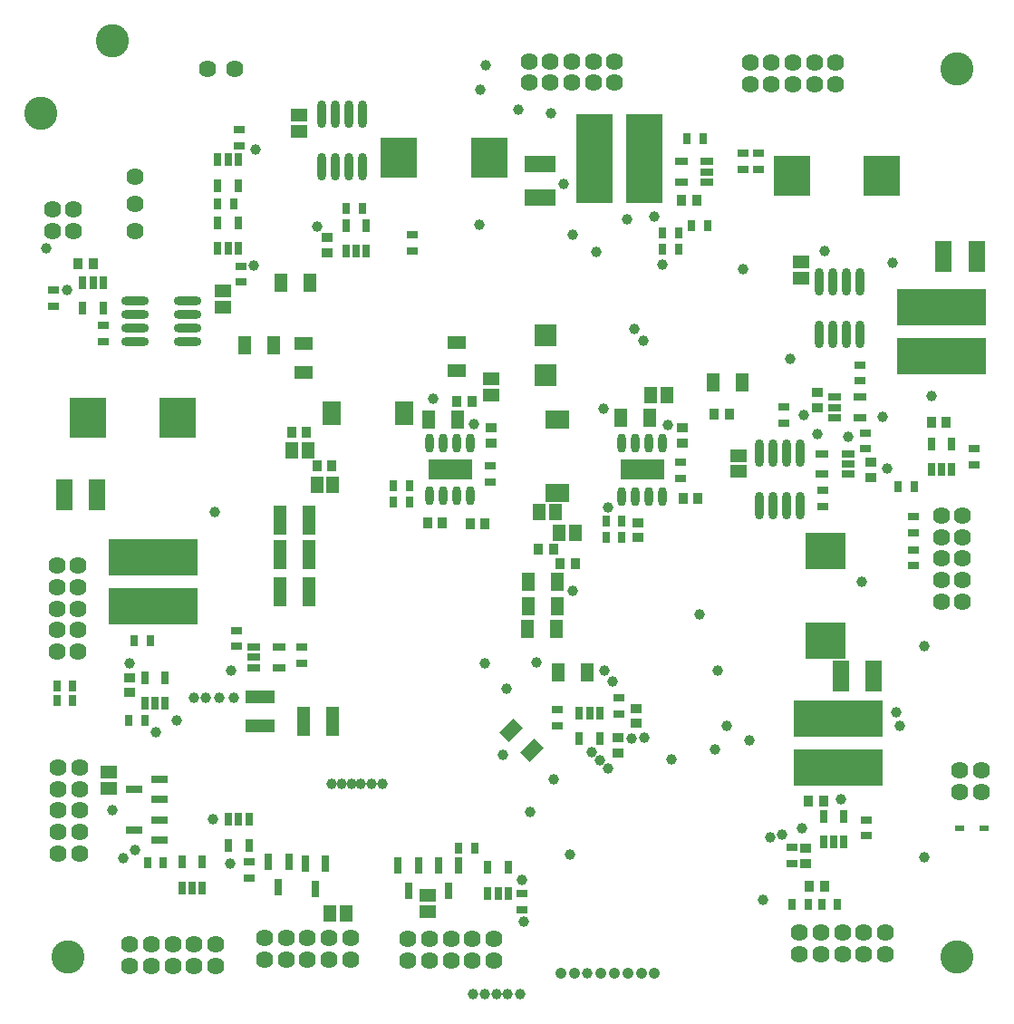
<source format=gbr>
%TF.GenerationSoftware,Altium Limited,Altium Designer,18.1.7 (191)*%
G04 Layer_Color=8388736*
%FSLAX43Y43*%
%MOMM*%
%TF.FileFunction,Soldermask,Top*%
%TF.Part,Single*%
G01*
G75*
%TA.AperFunction,SMDPad,CuDef*%
%ADD68R,1.550X0.700*%
%ADD69R,1.500X1.200*%
%ADD70R,0.700X1.550*%
%ADD71R,1.000X0.800*%
%ADD72R,1.200X1.500*%
%ADD75R,0.800X1.000*%
%ADD76R,0.900X1.000*%
%ADD77R,1.000X0.900*%
%TA.AperFunction,ViaPad*%
%ADD78C,3.100*%
%TA.AperFunction,ComponentPad*%
%ADD79C,1.624*%
%ADD80C,1.050*%
%ADD81C,1.000*%
%TA.AperFunction,ViaPad*%
%ADD82C,1.000*%
%TA.AperFunction,SMDPad,CuDef*%
%ADD86R,3.400X8.300*%
%ADD87R,3.400X3.800*%
%ADD88R,1.800X1.200*%
%ADD89R,8.300X3.400*%
%ADD90R,4.100X1.850*%
%ADD91O,0.800X1.800*%
%ADD92R,0.750X1.200*%
%ADD93R,2.050X2.000*%
%ADD94O,0.800X2.600*%
%ADD95O,2.600X0.800*%
%ADD96R,1.200X0.750*%
%ADD97R,3.800X3.400*%
%ADD98R,1.200X2.700*%
%ADD99R,1.600X2.900*%
%ADD100R,2.900X1.600*%
%ADD101R,1.700X2.300*%
%ADD102R,2.300X1.700*%
%ADD103R,0.950X0.550*%
%ADD104R,1.200X1.800*%
G04:AMPARAMS|DCode=105|XSize=1.8mm|YSize=1.2mm|CornerRadius=0mm|HoleSize=0mm|Usage=FLASHONLY|Rotation=45.000|XOffset=0mm|YOffset=0mm|HoleType=Round|Shape=Rectangle|*
%AMROTATEDRECTD105*
4,1,4,-0.212,-1.061,-1.061,-0.212,0.212,1.061,1.061,0.212,-0.212,-1.061,0.0*
%
%ADD105ROTATEDRECTD105*%

%ADD106R,2.700X1.200*%
D68*
X10950Y20400D02*
D03*
X13300Y21350D02*
D03*
Y19450D02*
D03*
X10950Y16600D02*
D03*
X13300Y17550D02*
D03*
Y15650D02*
D03*
D69*
X38350Y8975D02*
D03*
Y10475D02*
D03*
X26325Y81875D02*
D03*
Y83375D02*
D03*
X67375Y50100D02*
D03*
Y51600D02*
D03*
X73225Y69675D02*
D03*
Y68175D02*
D03*
X19200Y66950D02*
D03*
Y65450D02*
D03*
X8570Y20475D02*
D03*
Y21975D02*
D03*
X44300Y57250D02*
D03*
Y58750D02*
D03*
D70*
X28825Y13475D02*
D03*
X26925D02*
D03*
X27875Y11125D02*
D03*
X37500Y13300D02*
D03*
X35600D02*
D03*
X36550Y10950D02*
D03*
X25375Y13600D02*
D03*
X23475D02*
D03*
X24425Y11250D02*
D03*
X41275Y13300D02*
D03*
X39375D02*
D03*
X40325Y10950D02*
D03*
D71*
X26625Y32175D02*
D03*
Y33675D02*
D03*
X21675Y12125D02*
D03*
Y13625D02*
D03*
X47175Y9175D02*
D03*
Y10675D02*
D03*
X50425Y27825D02*
D03*
Y26325D02*
D03*
X56225Y28950D02*
D03*
Y27450D02*
D03*
X20875Y67775D02*
D03*
Y69275D02*
D03*
X20500Y35250D02*
D03*
Y33750D02*
D03*
X20750Y80550D02*
D03*
Y82050D02*
D03*
X75250Y48325D02*
D03*
Y46825D02*
D03*
X72375Y13450D02*
D03*
Y14950D02*
D03*
X79250Y52200D02*
D03*
Y53700D02*
D03*
X79350Y16050D02*
D03*
Y17550D02*
D03*
X36925Y70725D02*
D03*
Y72225D02*
D03*
X69300Y79825D02*
D03*
Y78325D02*
D03*
X67825Y78325D02*
D03*
Y79825D02*
D03*
X8050Y63750D02*
D03*
Y62250D02*
D03*
X3425Y67025D02*
D03*
Y65525D02*
D03*
X78750Y58550D02*
D03*
Y60050D02*
D03*
X71625Y54600D02*
D03*
Y56100D02*
D03*
X83700Y41275D02*
D03*
Y42775D02*
D03*
Y44400D02*
D03*
Y45900D02*
D03*
X89375Y50725D02*
D03*
Y52225D02*
D03*
X44225Y49125D02*
D03*
Y50625D02*
D03*
X61950Y49475D02*
D03*
Y50975D02*
D03*
D72*
X30725Y8775D02*
D03*
X29225D02*
D03*
X48800Y46275D02*
D03*
X50300D02*
D03*
X25650Y52050D02*
D03*
X27150D02*
D03*
X60675Y57200D02*
D03*
X59175D02*
D03*
X28000Y48875D02*
D03*
X29500D02*
D03*
X52150Y44325D02*
D03*
X50650D02*
D03*
D75*
X35175Y47250D02*
D03*
X36675D02*
D03*
X36650Y48800D02*
D03*
X35150D02*
D03*
X55000Y45450D02*
D03*
X56500D02*
D03*
Y43925D02*
D03*
X55000D02*
D03*
X41275Y14900D02*
D03*
X42775D02*
D03*
X72400Y9675D02*
D03*
X73900D02*
D03*
X75150D02*
D03*
X76650D02*
D03*
X64100Y81200D02*
D03*
X62600D02*
D03*
X10400Y26875D02*
D03*
X11900D02*
D03*
X10950Y34300D02*
D03*
X12450D02*
D03*
X82325Y48700D02*
D03*
X83825D02*
D03*
X3700Y30075D02*
D03*
X5200D02*
D03*
Y28675D02*
D03*
X3700D02*
D03*
X64525Y73025D02*
D03*
X63025D02*
D03*
X32275Y74700D02*
D03*
X30775D02*
D03*
X18700Y75100D02*
D03*
X20200D02*
D03*
X13675Y13575D02*
D03*
X12175D02*
D03*
X60275Y70900D02*
D03*
X61775D02*
D03*
X60275Y72350D02*
D03*
X61775D02*
D03*
D76*
X63600Y47600D02*
D03*
X62200D02*
D03*
X39750Y45325D02*
D03*
X38350D02*
D03*
X43725Y45250D02*
D03*
X42325D02*
D03*
X63475Y75450D02*
D03*
X62075D02*
D03*
X73950Y19300D02*
D03*
X75350D02*
D03*
X86800Y54725D02*
D03*
X85400D02*
D03*
X5700Y69500D02*
D03*
X7100D02*
D03*
X75400Y11325D02*
D03*
X74000D02*
D03*
X65150Y55475D02*
D03*
X66550D02*
D03*
X41100Y56675D02*
D03*
X42500D02*
D03*
X27050Y53775D02*
D03*
X25650D02*
D03*
X28000Y50600D02*
D03*
X29400D02*
D03*
X50725Y41450D02*
D03*
X52125D02*
D03*
X50100Y42800D02*
D03*
X48700D02*
D03*
D77*
X58025Y45325D02*
D03*
Y43925D02*
D03*
X62150Y52775D02*
D03*
Y54175D02*
D03*
X44300Y52750D02*
D03*
Y54150D02*
D03*
X79750Y49550D02*
D03*
Y50950D02*
D03*
X10475Y29450D02*
D03*
Y30850D02*
D03*
X74750Y57475D02*
D03*
Y56075D02*
D03*
X28975Y70525D02*
D03*
Y71925D02*
D03*
X73675Y13500D02*
D03*
Y14900D02*
D03*
X57800Y26550D02*
D03*
Y27950D02*
D03*
X56150Y25225D02*
D03*
Y23825D02*
D03*
D78*
X8925Y90300D02*
D03*
X4725Y4725D02*
D03*
X87775Y4725D02*
D03*
X87775Y87750D02*
D03*
X2200Y83575D02*
D03*
D79*
X36525Y4400D02*
D03*
Y6400D02*
D03*
X38525Y4400D02*
D03*
Y6400D02*
D03*
X40525Y4400D02*
D03*
Y6400D02*
D03*
X42525Y4400D02*
D03*
Y6400D02*
D03*
X44525Y4400D02*
D03*
Y6400D02*
D03*
X47825Y86400D02*
D03*
Y88400D02*
D03*
X49825Y86400D02*
D03*
Y88400D02*
D03*
X51825Y86400D02*
D03*
Y88400D02*
D03*
X53825Y86400D02*
D03*
Y88400D02*
D03*
X55825Y86400D02*
D03*
Y88400D02*
D03*
X23125Y4492D02*
D03*
Y6492D02*
D03*
X25125Y4492D02*
D03*
Y6492D02*
D03*
X27125Y4492D02*
D03*
Y6492D02*
D03*
X29125Y4492D02*
D03*
Y6492D02*
D03*
X31125Y4492D02*
D03*
Y6492D02*
D03*
X10525Y3900D02*
D03*
Y5900D02*
D03*
X12525Y3900D02*
D03*
Y5900D02*
D03*
X14525Y3900D02*
D03*
Y5900D02*
D03*
X16525Y3900D02*
D03*
Y5900D02*
D03*
X18525Y3900D02*
D03*
Y5900D02*
D03*
X5825Y14425D02*
D03*
X3825D02*
D03*
X5825Y16425D02*
D03*
X3825D02*
D03*
X5825Y18425D02*
D03*
X3825D02*
D03*
X5825Y20425D02*
D03*
X3825D02*
D03*
X5825Y22425D02*
D03*
X3825D02*
D03*
X5275Y72550D02*
D03*
Y74550D02*
D03*
X3275Y72550D02*
D03*
Y74550D02*
D03*
X11025Y72560D02*
D03*
Y75100D02*
D03*
Y77640D02*
D03*
X73100Y5025D02*
D03*
Y7025D02*
D03*
X75100Y5025D02*
D03*
Y7025D02*
D03*
X77100Y5025D02*
D03*
Y7025D02*
D03*
X79100Y5025D02*
D03*
Y7025D02*
D03*
X81100Y5025D02*
D03*
Y7025D02*
D03*
X3700Y33275D02*
D03*
Y35275D02*
D03*
Y39275D02*
D03*
X5700Y35275D02*
D03*
X3700Y37275D02*
D03*
X5700Y33275D02*
D03*
Y37275D02*
D03*
X3700Y41275D02*
D03*
X5700Y39275D02*
D03*
Y41275D02*
D03*
X88325Y37950D02*
D03*
X86325D02*
D03*
X88325Y39950D02*
D03*
X86325D02*
D03*
X88325Y41950D02*
D03*
X86325D02*
D03*
X88325Y43950D02*
D03*
X86325D02*
D03*
X88325Y45950D02*
D03*
X86325D02*
D03*
X17825Y87725D02*
D03*
X20350D02*
D03*
X68475Y86279D02*
D03*
Y88279D02*
D03*
X70475Y86279D02*
D03*
Y88279D02*
D03*
X72475Y86279D02*
D03*
Y88279D02*
D03*
X74475Y86279D02*
D03*
Y88279D02*
D03*
X76475Y86279D02*
D03*
Y88279D02*
D03*
X88050Y22150D02*
D03*
Y20150D02*
D03*
X90050Y22150D02*
D03*
Y20150D02*
D03*
D80*
X59550Y3225D02*
D03*
X58300D02*
D03*
X57050D02*
D03*
X55800D02*
D03*
X54550D02*
D03*
X52050D02*
D03*
X50800D02*
D03*
D81*
X53300D02*
D03*
D82*
X43300Y85725D02*
D03*
X75425Y70675D02*
D03*
X55200Y46725D02*
D03*
X43150Y73150D02*
D03*
X67825Y69000D02*
D03*
X51050Y76950D02*
D03*
X81800Y69633D02*
D03*
X81325Y50400D02*
D03*
X84778Y33778D02*
D03*
X82100Y27575D02*
D03*
X74750Y53600D02*
D03*
X82500Y26350D02*
D03*
X84778Y14050D02*
D03*
X49850Y83525D02*
D03*
X43775Y88025D02*
D03*
X46850Y83925D02*
D03*
X56969Y73675D02*
D03*
X51925Y72225D02*
D03*
X63725Y36700D02*
D03*
X65414Y31495D02*
D03*
X54875Y31475D02*
D03*
X55600Y30500D02*
D03*
X66329Y26302D02*
D03*
X58525Y62275D02*
D03*
X47352Y8000D02*
D03*
X43725Y32181D02*
D03*
X47950Y18275D02*
D03*
X77000Y19475D02*
D03*
X9900Y13925D02*
D03*
X10975Y14700D02*
D03*
X19900Y13475D02*
D03*
X34100Y20900D02*
D03*
X33075D02*
D03*
X30300Y20875D02*
D03*
X31250Y20900D02*
D03*
X29350D02*
D03*
X32125D02*
D03*
X72250Y60625D02*
D03*
X78875Y39825D02*
D03*
X54775Y55975D02*
D03*
X61150Y23200D02*
D03*
X58575Y25225D02*
D03*
X47200Y11900D02*
D03*
X2750Y70950D02*
D03*
X45400Y23600D02*
D03*
X45725Y29775D02*
D03*
X73325Y16775D02*
D03*
X57625Y63450D02*
D03*
X50100Y21300D02*
D03*
X42550Y1250D02*
D03*
X69725Y10050D02*
D03*
X57375Y25125D02*
D03*
X38825Y56875D02*
D03*
X22100Y69300D02*
D03*
X19950Y31525D02*
D03*
X28050Y72950D02*
D03*
X59550Y73875D02*
D03*
X73525Y55350D02*
D03*
X77600Y53350D02*
D03*
X4650Y67025D02*
D03*
X22250Y80150D02*
D03*
X68425Y24975D02*
D03*
X54100Y70625D02*
D03*
X51675Y14275D02*
D03*
X18300Y17575D02*
D03*
X12925Y25750D02*
D03*
X8900Y18475D02*
D03*
X65175Y24100D02*
D03*
X48500Y32250D02*
D03*
X51925Y38950D02*
D03*
X42700Y54550D02*
D03*
X60775Y54425D02*
D03*
X71500Y16175D02*
D03*
X70325Y15950D02*
D03*
X85400Y57125D02*
D03*
X60325Y69425D02*
D03*
X14900Y26800D02*
D03*
X18425Y46300D02*
D03*
X10475Y32175D02*
D03*
X80875Y55200D02*
D03*
X47000Y1250D02*
D03*
X45825D02*
D03*
X44750D02*
D03*
X43700D02*
D03*
X53675Y23850D02*
D03*
X55213Y22388D02*
D03*
X54450Y23100D02*
D03*
X16475Y28925D02*
D03*
X17650Y28950D02*
D03*
X18850Y28925D02*
D03*
X20200D02*
D03*
D86*
X53975Y79300D02*
D03*
X58575D02*
D03*
D87*
X72417Y77744D02*
D03*
X80817D02*
D03*
X6600Y55075D02*
D03*
X15000D02*
D03*
X44075Y79425D02*
D03*
X35675D02*
D03*
D88*
X26775Y59325D02*
D03*
Y62025D02*
D03*
X41050Y62175D02*
D03*
Y59475D02*
D03*
D89*
X76750Y22425D02*
D03*
Y27025D02*
D03*
X12675Y37500D02*
D03*
Y42100D02*
D03*
X86325Y65475D02*
D03*
Y60875D02*
D03*
D90*
X58450Y50300D02*
D03*
X40450Y50325D02*
D03*
D91*
X56517Y47790D02*
D03*
X57787D02*
D03*
X59057D02*
D03*
X60327D02*
D03*
X56517Y52740D02*
D03*
X57787D02*
D03*
X59057D02*
D03*
X60327D02*
D03*
X42327Y52765D02*
D03*
X41057D02*
D03*
X39787D02*
D03*
X38517D02*
D03*
X42327Y47815D02*
D03*
X41057D02*
D03*
X39787D02*
D03*
X38517D02*
D03*
D92*
X21650Y15175D02*
D03*
X19750D02*
D03*
Y17575D02*
D03*
X20700D02*
D03*
X21650D02*
D03*
X20650Y76825D02*
D03*
X18750D02*
D03*
Y79225D02*
D03*
X19700D02*
D03*
X20650D02*
D03*
X18750Y73350D02*
D03*
X20650D02*
D03*
Y70950D02*
D03*
X19700D02*
D03*
X18750D02*
D03*
X75350Y17900D02*
D03*
X77250D02*
D03*
Y15500D02*
D03*
X76300D02*
D03*
X75350D02*
D03*
X11900Y30825D02*
D03*
X13800D02*
D03*
Y28425D02*
D03*
X12850D02*
D03*
X11900D02*
D03*
X85400Y52650D02*
D03*
X87300D02*
D03*
Y50250D02*
D03*
X86350D02*
D03*
X85400D02*
D03*
X30725Y70700D02*
D03*
X31675D02*
D03*
X32625D02*
D03*
Y73100D02*
D03*
X30725D02*
D03*
X8025Y67750D02*
D03*
X7075D02*
D03*
X6125D02*
D03*
Y65350D02*
D03*
X8025D02*
D03*
X43975Y10700D02*
D03*
X44925D02*
D03*
X45875D02*
D03*
Y13100D02*
D03*
X43975D02*
D03*
X54425Y25100D02*
D03*
X52525D02*
D03*
Y27500D02*
D03*
X53475D02*
D03*
X54425D02*
D03*
X15375Y13600D02*
D03*
X17275D02*
D03*
Y11200D02*
D03*
X16325D02*
D03*
X15375D02*
D03*
D93*
X49350Y62825D02*
D03*
Y59075D02*
D03*
D94*
X78780Y67800D02*
D03*
X77510D02*
D03*
X76240D02*
D03*
X74970D02*
D03*
X78780Y62900D02*
D03*
X77510D02*
D03*
X76240D02*
D03*
X74970D02*
D03*
X73130Y51800D02*
D03*
X71860D02*
D03*
X70590D02*
D03*
X69320D02*
D03*
X73130Y46900D02*
D03*
X71860D02*
D03*
X70590D02*
D03*
X69320D02*
D03*
X32255Y83475D02*
D03*
X30985D02*
D03*
X29715D02*
D03*
X28445D02*
D03*
X32255Y78575D02*
D03*
X30985D02*
D03*
X29715D02*
D03*
X28445D02*
D03*
D95*
X15925Y62195D02*
D03*
Y63465D02*
D03*
Y64735D02*
D03*
Y66005D02*
D03*
X11025Y62195D02*
D03*
Y63465D02*
D03*
Y64735D02*
D03*
Y66005D02*
D03*
D96*
X78775Y57025D02*
D03*
Y55125D02*
D03*
X76375D02*
D03*
Y56075D02*
D03*
Y57025D02*
D03*
X62075Y77150D02*
D03*
Y79050D02*
D03*
X64475D02*
D03*
Y78100D02*
D03*
Y77150D02*
D03*
X77600Y49850D02*
D03*
Y50800D02*
D03*
Y51750D02*
D03*
X75200D02*
D03*
Y49850D02*
D03*
X22100Y33675D02*
D03*
Y32725D02*
D03*
Y31775D02*
D03*
X24500D02*
D03*
Y33675D02*
D03*
D97*
X75500Y34300D02*
D03*
Y42700D02*
D03*
D98*
X26775Y26775D02*
D03*
X29475D02*
D03*
X27250Y45575D02*
D03*
X24550D02*
D03*
X27275Y42300D02*
D03*
X24575D02*
D03*
X27275Y38875D02*
D03*
X24575D02*
D03*
D99*
X76925Y30950D02*
D03*
X80025D02*
D03*
X7475Y47900D02*
D03*
X4375D02*
D03*
X86565Y70150D02*
D03*
X89665D02*
D03*
D100*
X48875Y78825D02*
D03*
Y75725D02*
D03*
D101*
X36150Y55550D02*
D03*
X29350D02*
D03*
D102*
X50425Y54925D02*
D03*
Y48125D02*
D03*
D103*
X88075Y16775D02*
D03*
X90325D02*
D03*
D104*
X27325Y67725D02*
D03*
X24625D02*
D03*
X56400Y55125D02*
D03*
X59100D02*
D03*
X67725Y58450D02*
D03*
X65025D02*
D03*
X38437Y54950D02*
D03*
X41137D02*
D03*
X21275Y61875D02*
D03*
X23975D02*
D03*
X47750Y39750D02*
D03*
X50450D02*
D03*
X47725Y37500D02*
D03*
X50425D02*
D03*
X47700Y35375D02*
D03*
X50400D02*
D03*
X50575Y31325D02*
D03*
X53275D02*
D03*
D105*
X46145Y25930D02*
D03*
X48055Y24020D02*
D03*
D106*
X22675Y29000D02*
D03*
Y26300D02*
D03*
%TF.MD5,29217799cb72c63fdf322b2982eee895*%
M02*

</source>
